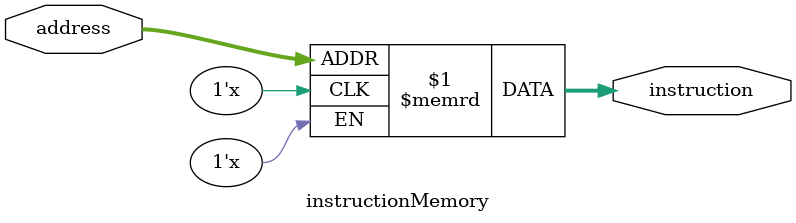
<source format=v>
module instructionMemory(input [31:0] address, output [31:0] instruction);
    reg [31:0] imem [0:255];
    assign instruction = imem[address];
endmodule
</source>
